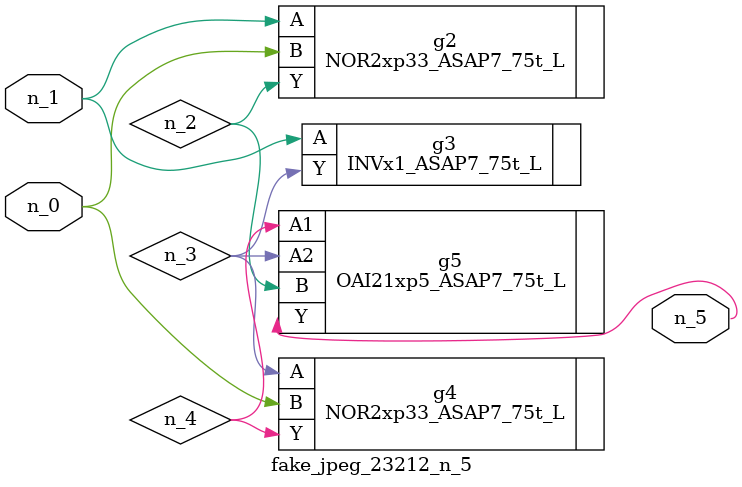
<source format=v>
module fake_jpeg_23212_n_5 (n_0, n_1, n_5);

input n_0;
input n_1;

output n_5;

wire n_2;
wire n_3;
wire n_4;

NOR2xp33_ASAP7_75t_L g2 ( 
.A(n_1),
.B(n_0),
.Y(n_2)
);

INVx1_ASAP7_75t_L g3 ( 
.A(n_1),
.Y(n_3)
);

NOR2xp33_ASAP7_75t_L g4 ( 
.A(n_3),
.B(n_0),
.Y(n_4)
);

OAI21xp5_ASAP7_75t_L g5 ( 
.A1(n_4),
.A2(n_3),
.B(n_2),
.Y(n_5)
);


endmodule
</source>
